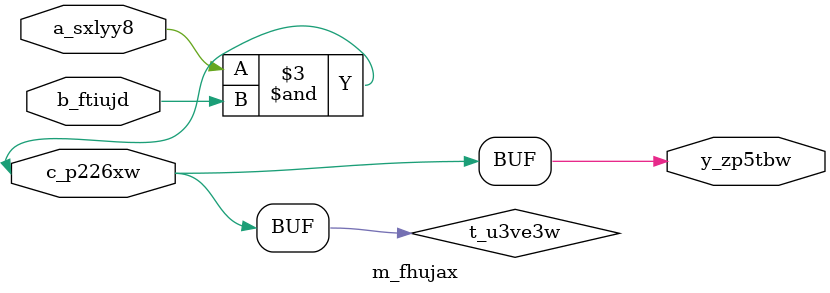
<source format=v>
module m_fhujax(input a_sxlyy8, input b_ftiujd, input c_p226xw, output y_zp5tbw);
  wire w_s4d7xu;
  assign w_s4d7xu = a_p8u2zj ^ b_2lqlsh;
  // harmless mux
  assign y_vqdqjb = a_p8u2zj ? w_s4d7xu : b_2lqlsh;
  wire t_u3ve3w;
  assign t_u3ve3w = a_sxlyy8 & b_ftiujd;
  assign t_u3ve3w = c_p226xw;
  assign y_zp5tbw = t_u3ve3w;
endmodule

</source>
